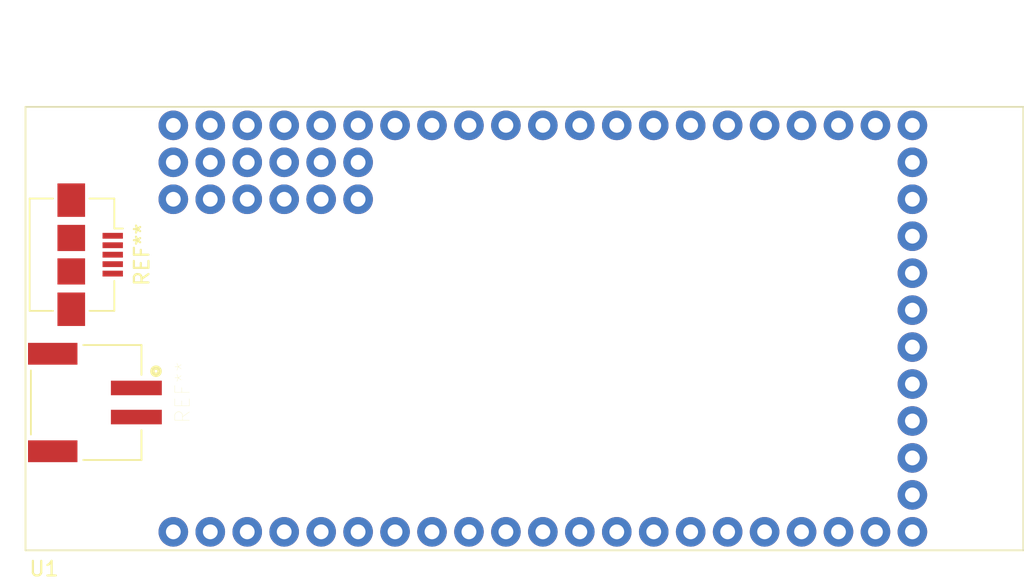
<source format=kicad_pcb>
(kicad_pcb (version 20171130) (host pcbnew 5.1.5+dfsg1-2build2)

  (general
    (thickness 1.6)
    (drawings 4)
    (tracks 0)
    (zones 0)
    (modules 3)
    (nets 46)
  )

  (page A4)
  (layers
    (0 F.Cu signal)
    (31 B.Cu signal)
    (32 B.Adhes user)
    (33 F.Adhes user)
    (34 B.Paste user)
    (35 F.Paste user)
    (36 B.SilkS user)
    (37 F.SilkS user)
    (38 B.Mask user)
    (39 F.Mask user)
    (40 Dwgs.User user)
    (41 Cmts.User user)
    (42 Eco1.User user)
    (43 Eco2.User user)
    (44 Edge.Cuts user)
    (45 Margin user)
    (46 B.CrtYd user)
    (47 F.CrtYd user)
    (48 B.Fab user)
    (49 F.Fab user)
  )

  (setup
    (last_trace_width 0.25)
    (trace_clearance 0.2)
    (zone_clearance 0.508)
    (zone_45_only no)
    (trace_min 0.2)
    (via_size 0.8)
    (via_drill 0.4)
    (via_min_size 0.4)
    (via_min_drill 0.3)
    (uvia_size 0.3)
    (uvia_drill 0.1)
    (uvias_allowed no)
    (uvia_min_size 0.2)
    (uvia_min_drill 0.1)
    (edge_width 0.05)
    (segment_width 0.2)
    (pcb_text_width 0.3)
    (pcb_text_size 1.5 1.5)
    (mod_edge_width 0.12)
    (mod_text_size 1 1)
    (mod_text_width 0.15)
    (pad_size 1.524 1.524)
    (pad_drill 0.762)
    (pad_to_mask_clearance 0.051)
    (solder_mask_min_width 0.25)
    (aux_axis_origin 0 0)
    (visible_elements FFFFFF7F)
    (pcbplotparams
      (layerselection 0x010fc_ffffffff)
      (usegerberextensions false)
      (usegerberattributes false)
      (usegerberadvancedattributes false)
      (creategerberjobfile false)
      (excludeedgelayer true)
      (linewidth 0.100000)
      (plotframeref false)
      (viasonmask false)
      (mode 1)
      (useauxorigin false)
      (hpglpennumber 1)
      (hpglpenspeed 20)
      (hpglpendiameter 15.000000)
      (psnegative false)
      (psa4output false)
      (plotreference true)
      (plotvalue true)
      (plotinvisibletext false)
      (padsonsilk false)
      (subtractmaskfromsilk false)
      (outputformat 1)
      (mirror false)
      (drillshape 1)
      (scaleselection 1)
      (outputdirectory ""))
  )

  (net 0 "")
  (net 1 "Net-(U1-Pad45)")
  (net 2 "Net-(U1-Pad44)")
  (net 3 "Net-(U1-Pad43)")
  (net 4 "Net-(U1-Pad42)")
  (net 5 "Net-(U1-Pad41)")
  (net 6 "Net-(U1-Pad40)")
  (net 7 "Net-(U1-Pad39)")
  (net 8 "Net-(U1-Pad38)")
  (net 9 "Net-(U1-Pad37)")
  (net 10 "Net-(U1-Pad36)")
  (net 11 "Net-(U1-Pad35)")
  (net 12 "Net-(U1-Pad34)")
  (net 13 "Net-(U1-Pad33)")
  (net 14 "Net-(U1-Pad32)")
  (net 15 "Net-(U1-Pad31)")
  (net 16 "Net-(U1-Pad30)")
  (net 17 "Net-(U1-Pad29)")
  (net 18 "Net-(U1-Pad28)")
  (net 19 "Net-(U1-Pad27)")
  (net 20 "Net-(U1-Pad26)")
  (net 21 "Net-(U1-Pad25)")
  (net 22 "Net-(U1-Pad24)")
  (net 23 "Net-(U1-Pad23)")
  (net 24 "Net-(U1-Pad22)")
  (net 25 "Net-(U1-Pad21)")
  (net 26 "Net-(U1-Pad20)")
  (net 27 "Net-(U1-Pad19)")
  (net 28 "Net-(U1-Pad18)")
  (net 29 "Net-(U1-Pad17)")
  (net 30 "Net-(U1-Pad16)")
  (net 31 "Net-(U1-Pad15)")
  (net 32 "Net-(U1-Pad14)")
  (net 33 "Net-(U1-Pad13)")
  (net 34 "Net-(U1-Pad12)")
  (net 35 "Net-(U1-Pad11)")
  (net 36 "Net-(U1-Pad10)")
  (net 37 "Net-(U1-Pad9)")
  (net 38 "Net-(U1-Pad8)")
  (net 39 "Net-(U1-Pad7)")
  (net 40 "Net-(U1-Pad6)")
  (net 41 "Net-(U1-Pad5)")
  (net 42 "Net-(U1-Pad4)")
  (net 43 "Net-(U1-Pad3)")
  (net 44 "Net-(U1-Pad2)")
  (net 45 "Net-(U1-Pad1)")

  (net_class Default "This is the default net class."
    (clearance 0.2)
    (trace_width 0.25)
    (via_dia 0.8)
    (via_drill 0.4)
    (uvia_dia 0.3)
    (uvia_drill 0.1)
    (add_net "Net-(U1-Pad1)")
    (add_net "Net-(U1-Pad10)")
    (add_net "Net-(U1-Pad11)")
    (add_net "Net-(U1-Pad12)")
    (add_net "Net-(U1-Pad13)")
    (add_net "Net-(U1-Pad14)")
    (add_net "Net-(U1-Pad15)")
    (add_net "Net-(U1-Pad16)")
    (add_net "Net-(U1-Pad17)")
    (add_net "Net-(U1-Pad18)")
    (add_net "Net-(U1-Pad19)")
    (add_net "Net-(U1-Pad2)")
    (add_net "Net-(U1-Pad20)")
    (add_net "Net-(U1-Pad21)")
    (add_net "Net-(U1-Pad22)")
    (add_net "Net-(U1-Pad23)")
    (add_net "Net-(U1-Pad24)")
    (add_net "Net-(U1-Pad25)")
    (add_net "Net-(U1-Pad26)")
    (add_net "Net-(U1-Pad27)")
    (add_net "Net-(U1-Pad28)")
    (add_net "Net-(U1-Pad29)")
    (add_net "Net-(U1-Pad3)")
    (add_net "Net-(U1-Pad30)")
    (add_net "Net-(U1-Pad31)")
    (add_net "Net-(U1-Pad32)")
    (add_net "Net-(U1-Pad33)")
    (add_net "Net-(U1-Pad34)")
    (add_net "Net-(U1-Pad35)")
    (add_net "Net-(U1-Pad36)")
    (add_net "Net-(U1-Pad37)")
    (add_net "Net-(U1-Pad38)")
    (add_net "Net-(U1-Pad39)")
    (add_net "Net-(U1-Pad4)")
    (add_net "Net-(U1-Pad40)")
    (add_net "Net-(U1-Pad41)")
    (add_net "Net-(U1-Pad42)")
    (add_net "Net-(U1-Pad43)")
    (add_net "Net-(U1-Pad44)")
    (add_net "Net-(U1-Pad45)")
    (add_net "Net-(U1-Pad5)")
    (add_net "Net-(U1-Pad6)")
    (add_net "Net-(U1-Pad7)")
    (add_net "Net-(U1-Pad8)")
    (add_net "Net-(U1-Pad9)")
  )

  (module Connector_USB:USB_Micro-B_Amphenol_10104110_Horizontal (layer F.Cu) (tedit 5FADF510) (tstamp 5FAE5718)
    (at 112.395 88.9 270)
    (descr "USB Micro-B, horizontal, https://cdn.amphenol-icc.com/media/wysiwyg/files/drawing/10104110.pdf")
    (tags "USB Micro B horizontal")
    (attr smd)
    (fp_text reference REF** (at 0 -3.55 90) (layer F.SilkS)
      (effects (font (size 1 1) (thickness 0.15)))
    )
    (fp_text value USB_Micro-B_Amphenol_10104110_Horizontal (at 0 5.35 90) (layer F.Fab)
      (effects (font (size 1 1) (thickness 0.15)))
    )
    (fp_line (start 5.4 -2.75) (end -5.4 -2.75) (layer F.CrtYd) (width 0.05))
    (fp_line (start 5.4 4.55) (end 5.4 -2.75) (layer F.CrtYd) (width 0.05))
    (fp_line (start -5.4 4.55) (end 5.4 4.55) (layer F.CrtYd) (width 0.05))
    (fp_line (start -5.4 -2.75) (end -5.4 4.55) (layer F.CrtYd) (width 0.05))
    (fp_line (start -1.8 -1.66) (end -1.8 -2.25) (layer F.SilkS) (width 0.12))
    (fp_line (start 3.86 4.16) (end 3.86 2.55) (layer F.SilkS) (width 0.12))
    (fp_line (start -3.86 4.16) (end 3.86 4.16) (layer F.SilkS) (width 0.12))
    (fp_line (start -2.6 2.75) (end 2.6 2.75) (layer F.Fab) (width 0.1))
    (fp_text user "PCB edge" (at 0 2.75 90) (layer Dwgs.User)
      (effects (font (size 0.5 0.5) (thickness 0.08)))
    )
    (fp_line (start -3.75 -1.55) (end 3.75 -1.55) (layer F.Fab) (width 0.1))
    (fp_line (start 3.75 -1.55) (end 3.75 4.05) (layer F.Fab) (width 0.1))
    (fp_line (start 3.75 4.05) (end -3.75 4.05) (layer F.Fab) (width 0.1))
    (fp_line (start -3.75 4.05) (end -3.75 -1.55) (layer F.Fab) (width 0.1))
    (fp_line (start -1.7 -2.25) (end -1.3 -1.85) (layer F.Fab) (width 0.1))
    (fp_line (start -0.9 -2.25) (end -1.7 -2.25) (layer F.Fab) (width 0.1))
    (fp_line (start -1.3 -1.85) (end -0.9 -2.25) (layer F.Fab) (width 0.1))
    (fp_text user %R (at 0 -0.2 90) (layer F.Fab)
      (effects (font (size 1 1) (thickness 0.15)))
    )
    (fp_line (start -3.86 0.05) (end -3.86 -1.66) (layer F.SilkS) (width 0.12))
    (fp_line (start -3.86 -1.66) (end -1.8 -1.66) (layer F.SilkS) (width 0.12))
    (fp_line (start 3.86 0.05) (end 3.86 -1.66) (layer F.SilkS) (width 0.12))
    (fp_line (start 3.86 -1.66) (end 1.8 -1.66) (layer F.SilkS) (width 0.12))
    (fp_line (start -3.86 4.16) (end -3.86 2.55) (layer F.SilkS) (width 0.12))
    (pad 1 smd rect (at -1.3 -1.55 270) (size 0.4 1.4) (layers F.Cu F.Paste F.Mask))
    (pad 2 smd rect (at -0.65 -1.55 270) (size 0.4 1.4) (layers F.Cu F.Paste F.Mask))
    (pad 3 smd rect (at 0 -1.55 270) (size 0.4 1.4) (layers F.Cu F.Paste F.Mask))
    (pad 4 smd rect (at 0.65 -1.55 270) (size 0.4 1.4) (layers F.Cu F.Paste F.Mask))
    (pad 5 smd rect (at 1.3 -1.55 270) (size 0.4 1.4) (layers F.Cu F.Paste F.Mask))
    (pad 6 smd rect (at -3.75 1.3 270) (size 2.3 1.9) (layers F.Cu F.Paste F.Mask))
    (pad 6 smd rect (at 3.75 1.3 270) (size 2.3 1.9) (layers F.Cu F.Paste F.Mask))
    (pad 6 smd rect (at -1.15 1.3 270) (size 1.8 1.9) (layers F.Cu F.Paste F.Mask))
    (pad 6 smd rect (at 1.15 1.3 270) (size 1.8 1.9) (layers F.Cu F.Paste F.Mask))
    (model ${KISYS3DMOD}/Connector_USB.3dshapes/USB_Micro-B_Molex_47346-0001.wrl
      (at (xyz 0 0 0))
      (scale (xyz 1 1 1))
      (rotate (xyz 0 0 0))
    )
  )

  (module "custom_connectors:JST_S2B-PH-SM4-TB(LF)(SN)" (layer F.Cu) (tedit 5FADF31E) (tstamp 5FAEC91F)
    (at 112.395 99.06 270)
    (fp_text reference REF** (at -0.69228 -6.359 270) (layer F.SilkS)
      (effects (font (size 1.002189 1.002189) (thickness 0.015)))
    )
    (fp_text value JST_S2B-PH-SM4-TB_LF__SN_ (at 0.635 5.715 270) (layer F.Fab) hide
      (effects (font (size 1.003575 1.003575) (thickness 0.015)))
    )
    (fp_circle (center -2.15 -4.525) (end -2.05 -4.525) (layer F.Fab) (width 0.3))
    (fp_line (start -3.95 -3.525) (end 3.95 -3.525) (layer F.Fab) (width 0.127))
    (fp_line (start -3.95 4.075) (end -3.95 -3.525) (layer F.Fab) (width 0.127))
    (fp_line (start 3.95 4.075) (end -3.95 4.075) (layer F.Fab) (width 0.127))
    (fp_line (start 3.95 -3.525) (end 3.95 4.075) (layer F.Fab) (width 0.127))
    (fp_line (start 4.35 -3.775) (end 4.35 4.525) (layer F.CrtYd) (width 0.05))
    (fp_line (start 1.75 -3.775) (end 4.35 -3.775) (layer F.CrtYd) (width 0.05))
    (fp_line (start 1.75 -5.175) (end 1.75 -3.775) (layer F.CrtYd) (width 0.05))
    (fp_line (start -1.75 -5.175) (end 1.75 -5.175) (layer F.CrtYd) (width 0.05))
    (fp_line (start -1.75 -3.775) (end -1.75 -5.175) (layer F.CrtYd) (width 0.05))
    (fp_line (start -4.35 -3.775) (end -1.75 -3.775) (layer F.CrtYd) (width 0.05))
    (fp_line (start -4.35 4.525) (end -4.35 -3.775) (layer F.CrtYd) (width 0.05))
    (fp_line (start 4.35 4.525) (end -4.35 4.525) (layer F.CrtYd) (width 0.05))
    (fp_line (start 3.95 0.475) (end 3.95 -3.525) (layer F.SilkS) (width 0.127))
    (fp_line (start -2.2 4.075) (end 2.2 4.075) (layer F.SilkS) (width 0.127))
    (fp_circle (center -2.15 -4.525) (end -2.05 -4.525) (layer F.SilkS) (width 0.3))
    (fp_line (start -3.95 -3.525) (end -3.95 0.475) (layer F.SilkS) (width 0.127))
    (fp_line (start -1.9 -3.525) (end -3.95 -3.525) (layer F.SilkS) (width 0.127))
    (fp_line (start 3.95 -3.525) (end 1.9 -3.525) (layer F.SilkS) (width 0.127))
    (pad S1 smd rect (at -3.35 2.575 270) (size 1.5 3.4) (layers F.Cu F.Paste F.Mask))
    (pad S2 smd rect (at 3.35 2.575 270) (size 1.5 3.4) (layers F.Cu F.Paste F.Mask))
    (pad 1 smd rect (at -1 -3.175 270) (size 1 3.5) (layers F.Cu F.Paste F.Mask))
    (pad 2 smd rect (at 1 -3.175 270) (size 1 3.5) (layers F.Cu F.Paste F.Mask))
    (model "/home/christopher/git/smartphone-robot/hardware/kicad/kicad_libraries/3dModels/connectors/jst/S2B-PH-SM4-TB(LF)(SN)--3DModel-STEP-56544.STEP"
      (offset (xyz 0 -4 0))
      (scale (xyz 1 1 1))
      (rotate (xyz -90 0 0))
    )
  )

  (module custom_modules:ioio_board (layer F.Cu) (tedit 5FADE23C) (tstamp 5FAE0005)
    (at 118.11 107.95)
    (path /5FB03691)
    (fp_text reference U1 (at -8.89 2.54) (layer F.SilkS)
      (effects (font (size 1 1) (thickness 0.15)))
    )
    (fp_text value ioio_board (at 20.32 -13.97) (layer F.Fab)
      (effects (font (size 1 1) (thickness 0.15)))
    )
    (fp_line (start -10.16 1.27) (end -10.16 -29.21) (layer F.SilkS) (width 0.12))
    (fp_line (start -10.16 1.27) (end 58.42 1.27) (layer F.SilkS) (width 0.12))
    (fp_line (start 58.42 1.27) (end 58.42 -29.21) (layer F.SilkS) (width 0.12))
    (fp_line (start -10.16 -29.21) (end 58.42 -29.21) (layer F.SilkS) (width 0.12))
    (pad GND thru_hole circle (at 2.54 -22.86) (size 2.032 2.032) (drill 1.016) (layers *.Cu *.Mask))
    (pad 5V thru_hole circle (at 5.08 -22.86) (size 2.032 2.032) (drill 1.016) (layers *.Cu *.Mask))
    (pad 3v3 thru_hole circle (at 10.16 -22.86) (size 2.032 2.032) (drill 1.016) (layers *.Cu *.Mask))
    (pad GND thru_hole circle (at 7.62 -22.86) (size 2.032 2.032) (drill 1.016) (layers *.Cu *.Mask))
    (pad VIN thru_hole circle (at 0 -22.86) (size 2.032 2.032) (drill 1.016) (layers *.Cu *.Mask))
    (pad GND thru_hole circle (at 12.7 -22.86) (size 2.032 2.032) (drill 1.016) (layers *.Cu *.Mask))
    (pad 3v3 thru_hole circle (at 10.16 -25.4) (size 2.032 2.032) (drill 1.016) (layers *.Cu *.Mask))
    (pad GND thru_hole circle (at 7.62 -25.4) (size 2.032 2.032) (drill 1.016) (layers *.Cu *.Mask))
    (pad GND thru_hole circle (at 2.54 -25.4) (size 2.032 2.032) (drill 1.016) (layers *.Cu *.Mask))
    (pad 5V thru_hole circle (at 5.08 -25.4) (size 2.032 2.032) (drill 1.016) (layers *.Cu *.Mask))
    (pad VIN thru_hole circle (at 0 -25.4) (size 2.032 2.032) (drill 1.016) (layers *.Cu *.Mask))
    (pad GND thru_hole circle (at 12.7 -25.4) (size 2.032 2.032) (drill 1.016) (layers *.Cu *.Mask))
    (pad VIN thru_hole circle (at 0 -27.94) (size 2.032 2.032) (drill 1.016) (layers *.Cu *.Mask))
    (pad GND thru_hole circle (at 2.54 -27.94) (size 2.032 2.032) (drill 1.016) (layers *.Cu *.Mask))
    (pad 5V thru_hole circle (at 5.08 -27.94) (size 2.032 2.032) (drill 1.016) (layers *.Cu *.Mask))
    (pad GND thru_hole circle (at 7.62 -27.94) (size 2.032 2.032) (drill 1.016) (layers *.Cu *.Mask))
    (pad 3v3 thru_hole circle (at 10.16 -27.94) (size 2.032 2.032) (drill 1.016) (layers *.Cu *.Mask))
    (pad GND thru_hole circle (at 12.7 -27.94) (size 2.032 2.032) (drill 1.016) (layers *.Cu *.Mask))
    (pad 45 thru_hole circle (at 15.24 -27.94) (size 2.032 2.032) (drill 1.016) (layers *.Cu *.Mask)
      (net 1 "Net-(U1-Pad45)"))
    (pad 44 thru_hole circle (at 17.78 -27.94) (size 2.032 2.032) (drill 1.016) (layers *.Cu *.Mask)
      (net 2 "Net-(U1-Pad44)"))
    (pad 43 thru_hole circle (at 20.32 -27.94) (size 2.032 2.032) (drill 1.016) (layers *.Cu *.Mask)
      (net 3 "Net-(U1-Pad43)"))
    (pad 42 thru_hole circle (at 22.86 -27.94) (size 2.032 2.032) (drill 1.016) (layers *.Cu *.Mask)
      (net 4 "Net-(U1-Pad42)"))
    (pad 41 thru_hole circle (at 25.4 -27.94) (size 2.032 2.032) (drill 1.016) (layers *.Cu *.Mask)
      (net 5 "Net-(U1-Pad41)"))
    (pad 40 thru_hole circle (at 27.94 -27.94) (size 2.032 2.032) (drill 1.016) (layers *.Cu *.Mask)
      (net 6 "Net-(U1-Pad40)"))
    (pad 39 thru_hole circle (at 30.48 -27.94) (size 2.032 2.032) (drill 1.016) (layers *.Cu *.Mask)
      (net 7 "Net-(U1-Pad39)"))
    (pad 38 thru_hole circle (at 33.02 -27.94) (size 2.032 2.032) (drill 1.016) (layers *.Cu *.Mask)
      (net 8 "Net-(U1-Pad38)"))
    (pad 37 thru_hole circle (at 35.56 -27.94) (size 2.032 2.032) (drill 1.016) (layers *.Cu *.Mask)
      (net 9 "Net-(U1-Pad37)"))
    (pad 36 thru_hole circle (at 38.1 -27.94) (size 2.032 2.032) (drill 1.016) (layers *.Cu *.Mask)
      (net 10 "Net-(U1-Pad36)"))
    (pad 35 thru_hole circle (at 40.64 -27.94) (size 2.032 2.032) (drill 1.016) (layers *.Cu *.Mask)
      (net 11 "Net-(U1-Pad35)"))
    (pad 34 thru_hole circle (at 43.18 -27.94) (size 2.032 2.032) (drill 1.016) (layers *.Cu *.Mask)
      (net 12 "Net-(U1-Pad34)"))
    (pad 33 thru_hole circle (at 45.72 -27.94) (size 2.032 2.032) (drill 1.016) (layers *.Cu *.Mask)
      (net 13 "Net-(U1-Pad33)"))
    (pad 32 thru_hole circle (at 48.26 -27.94) (size 2.032 2.032) (drill 1.016) (layers *.Cu *.Mask)
      (net 14 "Net-(U1-Pad32)"))
    (pad 31 thru_hole circle (at 50.8 -27.94) (size 2.032 2.032) (drill 1.016) (layers *.Cu *.Mask)
      (net 15 "Net-(U1-Pad31)"))
    (pad 30 thru_hole circle (at 50.8 -25.4) (size 2.032 2.032) (drill 1.016) (layers *.Cu *.Mask)
      (net 16 "Net-(U1-Pad30)"))
    (pad 29 thru_hole circle (at 50.8 -22.86) (size 2.032 2.032) (drill 1.016) (layers *.Cu *.Mask)
      (net 17 "Net-(U1-Pad29)"))
    (pad 28 thru_hole circle (at 50.8 -20.32) (size 2.032 2.032) (drill 1.016) (layers *.Cu *.Mask)
      (net 18 "Net-(U1-Pad28)"))
    (pad 27 thru_hole circle (at 50.8 -17.78) (size 2.032 2.032) (drill 1.016) (layers *.Cu *.Mask)
      (net 19 "Net-(U1-Pad27)"))
    (pad 26 thru_hole circle (at 50.8 -15.24) (size 2.032 2.032) (drill 1.016) (layers *.Cu *.Mask)
      (net 20 "Net-(U1-Pad26)"))
    (pad 25 thru_hole circle (at 50.8 -12.7) (size 2.032 2.032) (drill 1.016) (layers *.Cu *.Mask)
      (net 21 "Net-(U1-Pad25)"))
    (pad 24 thru_hole circle (at 50.8 -10.16) (size 2.032 2.032) (drill 1.016) (layers *.Cu *.Mask)
      (net 22 "Net-(U1-Pad24)"))
    (pad 23 thru_hole circle (at 50.8 -7.62) (size 2.032 2.032) (drill 1.016) (layers *.Cu *.Mask)
      (net 23 "Net-(U1-Pad23)"))
    (pad 22 thru_hole circle (at 50.8 -5.08) (size 2.032 2.032) (drill 1.016) (layers *.Cu *.Mask)
      (net 24 "Net-(U1-Pad22)"))
    (pad 21 thru_hole circle (at 50.8 -2.54) (size 2.032 2.032) (drill 1.016) (layers *.Cu *.Mask)
      (net 25 "Net-(U1-Pad21)"))
    (pad 20 thru_hole circle (at 50.8 0) (size 2.032 2.032) (drill 1.016) (layers *.Cu *.Mask)
      (net 26 "Net-(U1-Pad20)"))
    (pad 19 thru_hole circle (at 48.26 0) (size 2.032 2.032) (drill 1.016) (layers *.Cu *.Mask)
      (net 27 "Net-(U1-Pad19)"))
    (pad 18 thru_hole circle (at 45.72 0) (size 2.032 2.032) (drill 1.016) (layers *.Cu *.Mask)
      (net 28 "Net-(U1-Pad18)"))
    (pad 17 thru_hole circle (at 43.18 0) (size 2.032 2.032) (drill 1.016) (layers *.Cu *.Mask)
      (net 29 "Net-(U1-Pad17)"))
    (pad 16 thru_hole circle (at 40.64 0) (size 2.032 2.032) (drill 1.016) (layers *.Cu *.Mask)
      (net 30 "Net-(U1-Pad16)"))
    (pad 15 thru_hole circle (at 38.1 0) (size 2.032 2.032) (drill 1.016) (layers *.Cu *.Mask)
      (net 31 "Net-(U1-Pad15)"))
    (pad 14 thru_hole circle (at 35.56 0) (size 2.032 2.032) (drill 1.016) (layers *.Cu *.Mask)
      (net 32 "Net-(U1-Pad14)"))
    (pad 13 thru_hole circle (at 33.02 0) (size 2.032 2.032) (drill 1.016) (layers *.Cu *.Mask)
      (net 33 "Net-(U1-Pad13)"))
    (pad 12 thru_hole circle (at 30.48 0) (size 2.032 2.032) (drill 1.016) (layers *.Cu *.Mask)
      (net 34 "Net-(U1-Pad12)"))
    (pad 11 thru_hole circle (at 27.94 0) (size 2.032 2.032) (drill 1.016) (layers *.Cu *.Mask)
      (net 35 "Net-(U1-Pad11)"))
    (pad 10 thru_hole circle (at 25.4 0) (size 2.032 2.032) (drill 1.016) (layers *.Cu *.Mask)
      (net 36 "Net-(U1-Pad10)"))
    (pad 9 thru_hole circle (at 22.86 0) (size 2.032 2.032) (drill 1.016) (layers *.Cu *.Mask)
      (net 37 "Net-(U1-Pad9)"))
    (pad 8 thru_hole circle (at 20.32 0) (size 2.032 2.032) (drill 1.016) (layers *.Cu *.Mask)
      (net 38 "Net-(U1-Pad8)"))
    (pad 7 thru_hole circle (at 17.78 0) (size 2.032 2.032) (drill 1.016) (layers *.Cu *.Mask)
      (net 39 "Net-(U1-Pad7)"))
    (pad 6 thru_hole circle (at 15.24 0) (size 2.032 2.032) (drill 1.016) (layers *.Cu *.Mask)
      (net 40 "Net-(U1-Pad6)"))
    (pad 5 thru_hole circle (at 12.7 0) (size 2.032 2.032) (drill 1.016) (layers *.Cu *.Mask)
      (net 41 "Net-(U1-Pad5)"))
    (pad 4 thru_hole circle (at 10.16 0) (size 2.032 2.032) (drill 1.016) (layers *.Cu *.Mask)
      (net 42 "Net-(U1-Pad4)"))
    (pad 3 thru_hole circle (at 7.62 0) (size 2.032 2.032) (drill 1.016) (layers *.Cu *.Mask)
      (net 43 "Net-(U1-Pad3)"))
    (pad 2 thru_hole circle (at 5.08 0) (size 2.032 2.032) (drill 1.016) (layers *.Cu *.Mask)
      (net 44 "Net-(U1-Pad2)"))
    (pad 1 thru_hole circle (at 2.54 0) (size 2.032 2.032) (drill 1.016) (layers *.Cu *.Mask)
      (net 45 "Net-(U1-Pad1)"))
    (pad GND thru_hole circle (at 0 0) (size 2.032 2.032) (drill 1.016) (layers *.Cu *.Mask))
    (pad "" np_thru_hole circle (at -7.62 -1.27) (size 3.592068 3.592068) (drill 3.592068) (layers *.Cu *.Mask))
    (pad "" np_thru_hole circle (at -7.62 -26.67) (size 3.592068 3.592068) (drill 3.592068) (layers *.Cu *.Mask))
    (pad "" np_thru_hole circle (at 55.88 -26.67) (size 3.592068 3.592068) (drill 3.592068) (layers *.Cu *.Mask))
    (pad "" np_thru_hole circle (at 55.88 -1.27) (size 3.592068 3.592068) (drill 3.592068) (layers *.Cu *.Mask))
  )

  (gr_line (start 176.53 109.22) (end 107.95 109.22) (layer Edge.Cuts) (width 0.05) (tstamp 5FAECCE5))
  (gr_line (start 176.53 78.74) (end 176.53 109.22) (layer Edge.Cuts) (width 0.05))
  (gr_line (start 107.95 78.74) (end 176.53 78.74) (layer Edge.Cuts) (width 0.05))
  (gr_line (start 107.95 109.22) (end 107.95 78.74) (layer Edge.Cuts) (width 0.05))

)

</source>
